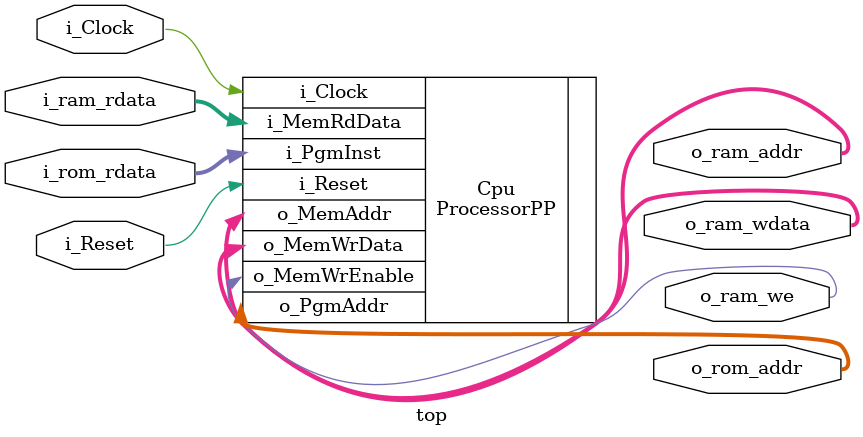
<source format=v>


`include "types.sv"
 
 
`define DATA_DBUS_WIDTH 32
`define ADDR_DBUS_WIDTH 32
`define ADDR_IBUS_WIDTH 32
`define DATA_IBUS_WIDTH 32

`define PIPELINE


module top #(
    parameter DATA_DBUS_WIDTH = `DATA_DBUS_WIDTH,
    parameter ADDR_DBUS_WIDTH = `ADDR_DBUS_WIDTH,
    parameter DATA_IBUS_WIDTH = `DATA_IBUS_WIDTH,
    parameter ADDR_IBUS_WIDTH = `ADDR_IBUS_WIDTH)
(
    input                        i_Clock,
    input                        i_Reset,

    input  [DATA_DBUS_WIDTH-1:0] i_ram_rdata,
    output [DATA_DBUS_WIDTH-1:0] o_ram_wdata,
    output [ADDR_DBUS_WIDTH-1:0] o_ram_addr,
    output                       o_ram_we,

    input  [DATA_IBUS_WIDTH-1:0] i_rom_rdata,
    output [ADDR_IBUS_WIDTH-1:0] o_rom_addr );
 
`ifdef PIPELINE 
    ProcessorPP #(
`else
    ProcessorSC #(
`endif    
        .DATA_DBUS_WIDTH (DATA_DBUS_WIDTH), 
        .ADDR_DBUS_WIDTH (ADDR_DBUS_WIDTH),
        .DATA_IBUS_WIDTH (DATA_IBUS_WIDTH),
        .ADDR_IBUS_WIDTH (ADDR_IBUS_WIDTH)) 
    Cpu (
        .i_Clock       (i_Clock),
        .i_Reset       (i_Reset),
        .o_PgmAddr     (o_rom_addr),
        .i_PgmInst     (i_rom_rdata),
        .o_MemWrEnable (o_ram_we),  
        .i_MemRdData   (i_ram_rdata),
        .o_MemWrData   (o_ram_wdata),
        .o_MemAddr     (o_ram_addr));
        
endmodule

</source>
